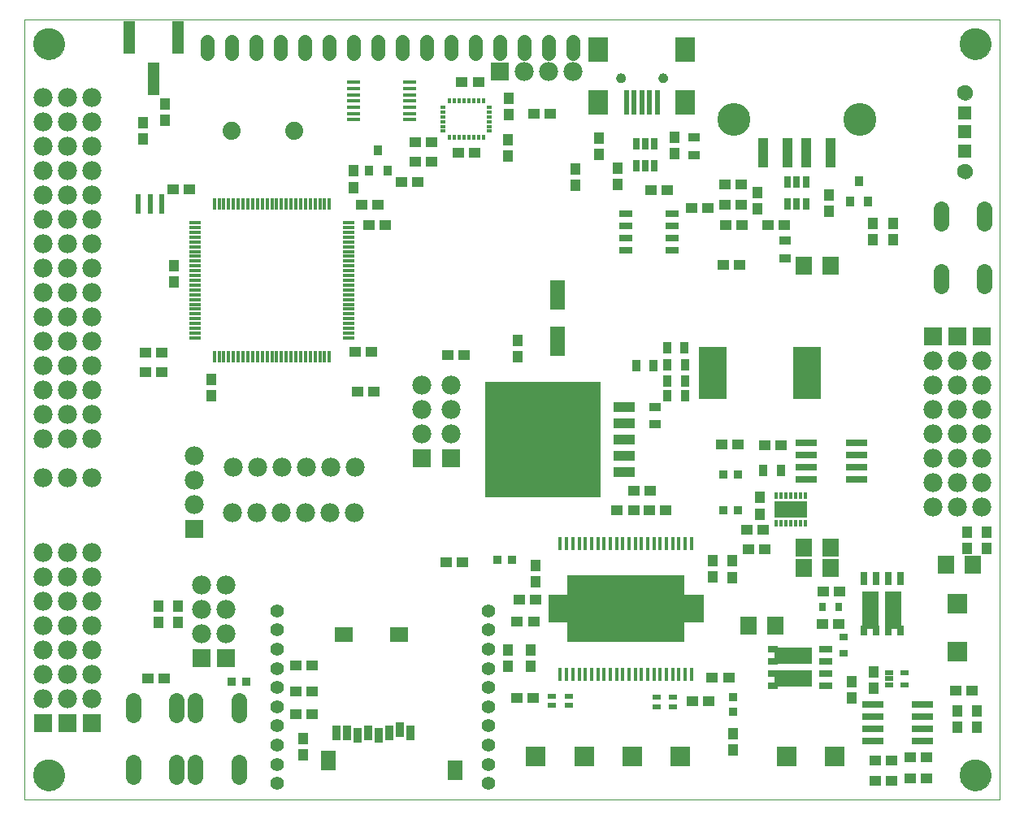
<source format=gts>
G75*
G70*
%OFA0B0*%
%FSLAX24Y24*%
%IPPOS*%
%LPD*%
%AMOC8*
5,1,8,0,0,1.08239X$1,22.5*
%
%ADD10C,0.0000*%
%ADD11C,0.1290*%
%ADD12C,0.0555*%
%ADD13C,0.0780*%
%ADD14C,0.0640*%
%ADD15C,0.0555*%
%ADD16R,0.0512X0.0158*%
%ADD17R,0.0158X0.0512*%
%ADD18R,0.0510X0.1340*%
%ADD19R,0.0158X0.0552*%
%ADD20R,0.4843X0.2737*%
%ADD21R,0.0827X0.1182*%
%ADD22R,0.0473X0.0434*%
%ADD23R,0.0434X0.0473*%
%ADD24R,0.0780X0.0780*%
%ADD25R,0.0237X0.1024*%
%ADD26R,0.0827X0.1024*%
%ADD27C,0.0394*%
%ADD28R,0.0276X0.0512*%
%ADD29C,0.1350*%
%ADD30R,0.0394X0.1221*%
%ADD31R,0.0512X0.0355*%
%ADD32R,0.0906X0.0276*%
%ADD33R,0.0355X0.0394*%
%ADD34R,0.0355X0.0355*%
%ADD35R,0.0138X0.0316*%
%ADD36R,0.1339X0.0709*%
%ADD37R,0.1142X0.2166*%
%ADD38R,0.0355X0.0512*%
%ADD39R,0.0670X0.0749*%
%ADD40C,0.0740*%
%ADD41R,0.0335X0.0197*%
%ADD42R,0.0540X0.0280*%
%ADD43R,0.0440X0.0280*%
%ADD44R,0.1540X0.0690*%
%ADD45R,0.0280X0.0540*%
%ADD46R,0.0280X0.0440*%
%ADD47R,0.0690X0.1540*%
%ADD48R,0.0276X0.0355*%
%ADD49R,0.0355X0.0276*%
%ADD50R,0.0555X0.0555*%
%ADD51C,0.0631*%
%ADD52R,0.0808X0.0808*%
%ADD53R,0.0375X0.0237*%
%ADD54R,0.0910X0.0280*%
%ADD55R,0.0749X0.0591*%
%ADD56R,0.0591X0.0788*%
%ADD57R,0.0355X0.0631*%
%ADD58R,0.4764X0.4764*%
%ADD59R,0.0906X0.0434*%
%ADD60R,0.0591X0.1221*%
%ADD61R,0.0197X0.0827*%
%ADD62R,0.0237X0.0158*%
%ADD63R,0.0158X0.0237*%
%ADD64R,0.0540X0.0290*%
%ADD65R,0.0536X0.0182*%
D10*
X000150Y001360D02*
X000150Y033360D01*
X040150Y033360D01*
X040150Y001360D01*
X000150Y001360D01*
X000525Y002360D02*
X000527Y002410D01*
X000533Y002459D01*
X000543Y002508D01*
X000556Y002555D01*
X000574Y002602D01*
X000595Y002647D01*
X000619Y002690D01*
X000647Y002731D01*
X000678Y002770D01*
X000712Y002806D01*
X000749Y002840D01*
X000789Y002870D01*
X000830Y002897D01*
X000874Y002921D01*
X000919Y002941D01*
X000966Y002957D01*
X001014Y002970D01*
X001063Y002979D01*
X001113Y002984D01*
X001162Y002985D01*
X001212Y002982D01*
X001261Y002975D01*
X001310Y002964D01*
X001357Y002950D01*
X001403Y002931D01*
X001448Y002909D01*
X001491Y002884D01*
X001531Y002855D01*
X001569Y002823D01*
X001605Y002789D01*
X001638Y002751D01*
X001667Y002711D01*
X001693Y002669D01*
X001716Y002625D01*
X001735Y002579D01*
X001751Y002532D01*
X001763Y002483D01*
X001771Y002434D01*
X001775Y002385D01*
X001775Y002335D01*
X001771Y002286D01*
X001763Y002237D01*
X001751Y002188D01*
X001735Y002141D01*
X001716Y002095D01*
X001693Y002051D01*
X001667Y002009D01*
X001638Y001969D01*
X001605Y001931D01*
X001569Y001897D01*
X001531Y001865D01*
X001491Y001836D01*
X001448Y001811D01*
X001403Y001789D01*
X001357Y001770D01*
X001310Y001756D01*
X001261Y001745D01*
X001212Y001738D01*
X001162Y001735D01*
X001113Y001736D01*
X001063Y001741D01*
X001014Y001750D01*
X000966Y001763D01*
X000919Y001779D01*
X000874Y001799D01*
X000830Y001823D01*
X000789Y001850D01*
X000749Y001880D01*
X000712Y001914D01*
X000678Y001950D01*
X000647Y001989D01*
X000619Y002030D01*
X000595Y002073D01*
X000574Y002118D01*
X000556Y002165D01*
X000543Y002212D01*
X000533Y002261D01*
X000527Y002310D01*
X000525Y002360D01*
X024427Y030960D02*
X024429Y030986D01*
X024435Y031012D01*
X024445Y031037D01*
X024458Y031060D01*
X024474Y031080D01*
X024494Y031098D01*
X024516Y031113D01*
X024539Y031125D01*
X024565Y031133D01*
X024591Y031137D01*
X024617Y031137D01*
X024643Y031133D01*
X024669Y031125D01*
X024693Y031113D01*
X024714Y031098D01*
X024734Y031080D01*
X024750Y031060D01*
X024763Y031037D01*
X024773Y031012D01*
X024779Y030986D01*
X024781Y030960D01*
X024779Y030934D01*
X024773Y030908D01*
X024763Y030883D01*
X024750Y030860D01*
X024734Y030840D01*
X024714Y030822D01*
X024692Y030807D01*
X024669Y030795D01*
X024643Y030787D01*
X024617Y030783D01*
X024591Y030783D01*
X024565Y030787D01*
X024539Y030795D01*
X024515Y030807D01*
X024494Y030822D01*
X024474Y030840D01*
X024458Y030860D01*
X024445Y030883D01*
X024435Y030908D01*
X024429Y030934D01*
X024427Y030960D01*
X026159Y030960D02*
X026161Y030986D01*
X026167Y031012D01*
X026177Y031037D01*
X026190Y031060D01*
X026206Y031080D01*
X026226Y031098D01*
X026248Y031113D01*
X026271Y031125D01*
X026297Y031133D01*
X026323Y031137D01*
X026349Y031137D01*
X026375Y031133D01*
X026401Y031125D01*
X026425Y031113D01*
X026446Y031098D01*
X026466Y031080D01*
X026482Y031060D01*
X026495Y031037D01*
X026505Y031012D01*
X026511Y030986D01*
X026513Y030960D01*
X026511Y030934D01*
X026505Y030908D01*
X026495Y030883D01*
X026482Y030860D01*
X026466Y030840D01*
X026446Y030822D01*
X026424Y030807D01*
X026401Y030795D01*
X026375Y030787D01*
X026349Y030783D01*
X026323Y030783D01*
X026297Y030787D01*
X026271Y030795D01*
X026247Y030807D01*
X026226Y030822D01*
X026206Y030840D01*
X026190Y030860D01*
X026177Y030883D01*
X026167Y030908D01*
X026161Y030934D01*
X026159Y030960D01*
X038431Y030364D02*
X038433Y030398D01*
X038439Y030432D01*
X038449Y030465D01*
X038462Y030496D01*
X038480Y030526D01*
X038500Y030554D01*
X038524Y030579D01*
X038550Y030601D01*
X038578Y030619D01*
X038609Y030635D01*
X038641Y030647D01*
X038675Y030655D01*
X038709Y030659D01*
X038743Y030659D01*
X038777Y030655D01*
X038811Y030647D01*
X038843Y030635D01*
X038873Y030619D01*
X038902Y030601D01*
X038928Y030579D01*
X038952Y030554D01*
X038972Y030526D01*
X038990Y030496D01*
X039003Y030465D01*
X039013Y030432D01*
X039019Y030398D01*
X039021Y030364D01*
X039019Y030330D01*
X039013Y030296D01*
X039003Y030263D01*
X038990Y030232D01*
X038972Y030202D01*
X038952Y030174D01*
X038928Y030149D01*
X038902Y030127D01*
X038874Y030109D01*
X038843Y030093D01*
X038811Y030081D01*
X038777Y030073D01*
X038743Y030069D01*
X038709Y030069D01*
X038675Y030073D01*
X038641Y030081D01*
X038609Y030093D01*
X038578Y030109D01*
X038550Y030127D01*
X038524Y030149D01*
X038500Y030174D01*
X038480Y030202D01*
X038462Y030232D01*
X038449Y030263D01*
X038439Y030296D01*
X038433Y030330D01*
X038431Y030364D01*
X038525Y032360D02*
X038527Y032410D01*
X038533Y032459D01*
X038543Y032508D01*
X038556Y032555D01*
X038574Y032602D01*
X038595Y032647D01*
X038619Y032690D01*
X038647Y032731D01*
X038678Y032770D01*
X038712Y032806D01*
X038749Y032840D01*
X038789Y032870D01*
X038830Y032897D01*
X038874Y032921D01*
X038919Y032941D01*
X038966Y032957D01*
X039014Y032970D01*
X039063Y032979D01*
X039113Y032984D01*
X039162Y032985D01*
X039212Y032982D01*
X039261Y032975D01*
X039310Y032964D01*
X039357Y032950D01*
X039403Y032931D01*
X039448Y032909D01*
X039491Y032884D01*
X039531Y032855D01*
X039569Y032823D01*
X039605Y032789D01*
X039638Y032751D01*
X039667Y032711D01*
X039693Y032669D01*
X039716Y032625D01*
X039735Y032579D01*
X039751Y032532D01*
X039763Y032483D01*
X039771Y032434D01*
X039775Y032385D01*
X039775Y032335D01*
X039771Y032286D01*
X039763Y032237D01*
X039751Y032188D01*
X039735Y032141D01*
X039716Y032095D01*
X039693Y032051D01*
X039667Y032009D01*
X039638Y031969D01*
X039605Y031931D01*
X039569Y031897D01*
X039531Y031865D01*
X039491Y031836D01*
X039448Y031811D01*
X039403Y031789D01*
X039357Y031770D01*
X039310Y031756D01*
X039261Y031745D01*
X039212Y031738D01*
X039162Y031735D01*
X039113Y031736D01*
X039063Y031741D01*
X039014Y031750D01*
X038966Y031763D01*
X038919Y031779D01*
X038874Y031799D01*
X038830Y031823D01*
X038789Y031850D01*
X038749Y031880D01*
X038712Y031914D01*
X038678Y031950D01*
X038647Y031989D01*
X038619Y032030D01*
X038595Y032073D01*
X038574Y032118D01*
X038556Y032165D01*
X038543Y032212D01*
X038533Y032261D01*
X038527Y032310D01*
X038525Y032360D01*
X038431Y027135D02*
X038433Y027169D01*
X038439Y027203D01*
X038449Y027236D01*
X038462Y027267D01*
X038480Y027297D01*
X038500Y027325D01*
X038524Y027350D01*
X038550Y027372D01*
X038578Y027390D01*
X038609Y027406D01*
X038641Y027418D01*
X038675Y027426D01*
X038709Y027430D01*
X038743Y027430D01*
X038777Y027426D01*
X038811Y027418D01*
X038843Y027406D01*
X038873Y027390D01*
X038902Y027372D01*
X038928Y027350D01*
X038952Y027325D01*
X038972Y027297D01*
X038990Y027267D01*
X039003Y027236D01*
X039013Y027203D01*
X039019Y027169D01*
X039021Y027135D01*
X039019Y027101D01*
X039013Y027067D01*
X039003Y027034D01*
X038990Y027003D01*
X038972Y026973D01*
X038952Y026945D01*
X038928Y026920D01*
X038902Y026898D01*
X038874Y026880D01*
X038843Y026864D01*
X038811Y026852D01*
X038777Y026844D01*
X038743Y026840D01*
X038709Y026840D01*
X038675Y026844D01*
X038641Y026852D01*
X038609Y026864D01*
X038578Y026880D01*
X038550Y026898D01*
X038524Y026920D01*
X038500Y026945D01*
X038480Y026973D01*
X038462Y027003D01*
X038449Y027034D01*
X038439Y027067D01*
X038433Y027101D01*
X038431Y027135D01*
X038525Y002360D02*
X038527Y002410D01*
X038533Y002459D01*
X038543Y002508D01*
X038556Y002555D01*
X038574Y002602D01*
X038595Y002647D01*
X038619Y002690D01*
X038647Y002731D01*
X038678Y002770D01*
X038712Y002806D01*
X038749Y002840D01*
X038789Y002870D01*
X038830Y002897D01*
X038874Y002921D01*
X038919Y002941D01*
X038966Y002957D01*
X039014Y002970D01*
X039063Y002979D01*
X039113Y002984D01*
X039162Y002985D01*
X039212Y002982D01*
X039261Y002975D01*
X039310Y002964D01*
X039357Y002950D01*
X039403Y002931D01*
X039448Y002909D01*
X039491Y002884D01*
X039531Y002855D01*
X039569Y002823D01*
X039605Y002789D01*
X039638Y002751D01*
X039667Y002711D01*
X039693Y002669D01*
X039716Y002625D01*
X039735Y002579D01*
X039751Y002532D01*
X039763Y002483D01*
X039771Y002434D01*
X039775Y002385D01*
X039775Y002335D01*
X039771Y002286D01*
X039763Y002237D01*
X039751Y002188D01*
X039735Y002141D01*
X039716Y002095D01*
X039693Y002051D01*
X039667Y002009D01*
X039638Y001969D01*
X039605Y001931D01*
X039569Y001897D01*
X039531Y001865D01*
X039491Y001836D01*
X039448Y001811D01*
X039403Y001789D01*
X039357Y001770D01*
X039310Y001756D01*
X039261Y001745D01*
X039212Y001738D01*
X039162Y001735D01*
X039113Y001736D01*
X039063Y001741D01*
X039014Y001750D01*
X038966Y001763D01*
X038919Y001779D01*
X038874Y001799D01*
X038830Y001823D01*
X038789Y001850D01*
X038749Y001880D01*
X038712Y001914D01*
X038678Y001950D01*
X038647Y001989D01*
X038619Y002030D01*
X038595Y002073D01*
X038574Y002118D01*
X038556Y002165D01*
X038543Y002212D01*
X038533Y002261D01*
X038527Y002310D01*
X038525Y002360D01*
X000525Y032360D02*
X000527Y032410D01*
X000533Y032459D01*
X000543Y032508D01*
X000556Y032555D01*
X000574Y032602D01*
X000595Y032647D01*
X000619Y032690D01*
X000647Y032731D01*
X000678Y032770D01*
X000712Y032806D01*
X000749Y032840D01*
X000789Y032870D01*
X000830Y032897D01*
X000874Y032921D01*
X000919Y032941D01*
X000966Y032957D01*
X001014Y032970D01*
X001063Y032979D01*
X001113Y032984D01*
X001162Y032985D01*
X001212Y032982D01*
X001261Y032975D01*
X001310Y032964D01*
X001357Y032950D01*
X001403Y032931D01*
X001448Y032909D01*
X001491Y032884D01*
X001531Y032855D01*
X001569Y032823D01*
X001605Y032789D01*
X001638Y032751D01*
X001667Y032711D01*
X001693Y032669D01*
X001716Y032625D01*
X001735Y032579D01*
X001751Y032532D01*
X001763Y032483D01*
X001771Y032434D01*
X001775Y032385D01*
X001775Y032335D01*
X001771Y032286D01*
X001763Y032237D01*
X001751Y032188D01*
X001735Y032141D01*
X001716Y032095D01*
X001693Y032051D01*
X001667Y032009D01*
X001638Y031969D01*
X001605Y031931D01*
X001569Y031897D01*
X001531Y031865D01*
X001491Y031836D01*
X001448Y031811D01*
X001403Y031789D01*
X001357Y031770D01*
X001310Y031756D01*
X001261Y031745D01*
X001212Y031738D01*
X001162Y031735D01*
X001113Y031736D01*
X001063Y031741D01*
X001014Y031750D01*
X000966Y031763D01*
X000919Y031779D01*
X000874Y031799D01*
X000830Y031823D01*
X000789Y031850D01*
X000749Y031880D01*
X000712Y031914D01*
X000678Y031950D01*
X000647Y031989D01*
X000619Y032030D01*
X000595Y032073D01*
X000574Y032118D01*
X000556Y032165D01*
X000543Y032212D01*
X000533Y032261D01*
X000527Y032310D01*
X000525Y032360D01*
D11*
X001150Y032360D03*
X001150Y002360D03*
X039150Y002360D03*
X039150Y032360D03*
D12*
X019181Y009103D03*
X019181Y008316D03*
X019181Y007528D03*
X019181Y006741D03*
X019181Y005953D03*
X019181Y005166D03*
X019181Y004379D03*
X019181Y003591D03*
X019181Y002804D03*
X019181Y002016D03*
X010519Y002016D03*
X010519Y002804D03*
X010519Y003591D03*
X010519Y004379D03*
X010519Y005166D03*
X010519Y005953D03*
X010519Y006741D03*
X010519Y007528D03*
X010519Y008316D03*
X010519Y009103D03*
D13*
X008420Y009160D03*
X007420Y009160D03*
X007420Y010160D03*
X008420Y010160D03*
X008420Y008160D03*
X007420Y008160D03*
X002900Y008500D03*
X002900Y009500D03*
X002900Y010500D03*
X002900Y011500D03*
X001900Y011500D03*
X000900Y011500D03*
X000900Y010500D03*
X001900Y010500D03*
X001900Y009500D03*
X000900Y009500D03*
X000900Y008500D03*
X001900Y008500D03*
X001900Y007500D03*
X000900Y007500D03*
X000900Y006500D03*
X001900Y006500D03*
X002900Y006500D03*
X002900Y007500D03*
X002900Y005500D03*
X001900Y005500D03*
X000900Y005500D03*
X008670Y013120D03*
X009670Y013120D03*
X010670Y013120D03*
X011670Y013120D03*
X012670Y013120D03*
X013670Y013120D03*
X013700Y014980D03*
X012700Y014980D03*
X011700Y014980D03*
X010700Y014980D03*
X009700Y014980D03*
X008700Y014980D03*
X007100Y015470D03*
X007100Y014470D03*
X007100Y013470D03*
X002900Y014560D03*
X001900Y014560D03*
X000900Y014560D03*
X000900Y016160D03*
X001900Y016160D03*
X001900Y017160D03*
X000900Y017160D03*
X000900Y018160D03*
X001900Y018160D03*
X001900Y019160D03*
X000900Y019160D03*
X000900Y020160D03*
X001900Y020160D03*
X001900Y021160D03*
X001900Y022160D03*
X000900Y022160D03*
X000900Y021160D03*
X000900Y023160D03*
X001900Y023160D03*
X001900Y024160D03*
X000900Y024160D03*
X000900Y025160D03*
X001900Y025160D03*
X001900Y026160D03*
X000900Y026160D03*
X000900Y027160D03*
X001900Y027160D03*
X001900Y028160D03*
X000900Y028160D03*
X000900Y029160D03*
X001900Y029160D03*
X001900Y030160D03*
X000900Y030160D03*
X002900Y030160D03*
X002900Y029160D03*
X002900Y028160D03*
X002900Y027160D03*
X002900Y026160D03*
X002900Y025160D03*
X002900Y024160D03*
X002900Y023160D03*
X002900Y022160D03*
X002900Y021160D03*
X002900Y020160D03*
X002900Y019160D03*
X002900Y018160D03*
X002900Y017160D03*
X002900Y016160D03*
X016450Y016360D03*
X016450Y017360D03*
X016450Y018360D03*
X017650Y018360D03*
X017650Y017360D03*
X017650Y016360D03*
X020650Y031210D03*
X021650Y031210D03*
X022650Y031210D03*
X037400Y019360D03*
X038400Y019360D03*
X039400Y019360D03*
X039400Y018360D03*
X038400Y018360D03*
X037400Y018360D03*
X037400Y017360D03*
X038400Y017360D03*
X039400Y017360D03*
X039400Y016360D03*
X038400Y016360D03*
X037400Y016360D03*
X037400Y015360D03*
X038400Y015360D03*
X039400Y015360D03*
X039400Y014360D03*
X038400Y014360D03*
X037400Y014360D03*
X037400Y013360D03*
X038400Y013360D03*
X039400Y013360D03*
D14*
X039530Y022430D02*
X039530Y023030D01*
X037750Y023030D02*
X037750Y022430D01*
X037750Y024990D02*
X037750Y025590D01*
X039530Y025590D02*
X039530Y024990D01*
X008940Y005440D02*
X008940Y004840D01*
X007160Y004840D02*
X007160Y005440D01*
X006390Y005440D02*
X006390Y004840D01*
X004610Y004840D02*
X004610Y005440D01*
X004610Y002880D02*
X004610Y002280D01*
X006390Y002280D02*
X006390Y002880D01*
X007160Y002880D02*
X007160Y002280D01*
X008940Y002280D02*
X008940Y002880D01*
D15*
X008650Y031952D02*
X008650Y032467D01*
X009650Y032467D02*
X009650Y031952D01*
X010650Y031952D02*
X010650Y032467D01*
X011650Y032467D02*
X011650Y031952D01*
X012650Y031952D02*
X012650Y032467D01*
X013650Y032467D02*
X013650Y031952D01*
X014650Y031952D02*
X014650Y032467D01*
X015650Y032467D02*
X015650Y031952D01*
X016650Y031952D02*
X016650Y032467D01*
X017650Y032467D02*
X017650Y031952D01*
X018650Y031952D02*
X018650Y032467D01*
X019650Y032467D02*
X019650Y031952D01*
X020650Y031952D02*
X020650Y032467D01*
X021650Y032467D02*
X021650Y031952D01*
X022650Y031952D02*
X022650Y032467D01*
X007650Y032467D02*
X007650Y031952D01*
D16*
X007150Y025022D03*
X007150Y024825D03*
X007150Y024628D03*
X007150Y024431D03*
X007150Y024234D03*
X007150Y024038D03*
X007150Y023841D03*
X007150Y023644D03*
X007150Y023447D03*
X007150Y023250D03*
X007150Y023053D03*
X007150Y022856D03*
X007150Y022660D03*
X007150Y022463D03*
X007150Y022266D03*
X007150Y022069D03*
X007150Y021872D03*
X007150Y021675D03*
X007150Y021479D03*
X007150Y021282D03*
X007150Y021085D03*
X007150Y020888D03*
X007150Y020691D03*
X007150Y020494D03*
X007150Y020297D03*
X013450Y020297D03*
X013450Y020494D03*
X013450Y020691D03*
X013450Y020888D03*
X013450Y021085D03*
X013450Y021282D03*
X013450Y021479D03*
X013450Y021675D03*
X013450Y021872D03*
X013450Y022069D03*
X013450Y022266D03*
X013450Y022463D03*
X013450Y022660D03*
X013450Y022856D03*
X013450Y023053D03*
X013450Y023250D03*
X013450Y023447D03*
X013450Y023644D03*
X013450Y023841D03*
X013450Y024038D03*
X013450Y024234D03*
X013450Y024431D03*
X013450Y024628D03*
X013450Y024825D03*
X013450Y025022D03*
D17*
X012662Y025809D03*
X012465Y025809D03*
X012269Y025809D03*
X012072Y025809D03*
X011875Y025809D03*
X011678Y025809D03*
X011481Y025809D03*
X011284Y025809D03*
X011087Y025809D03*
X010891Y025809D03*
X010694Y025809D03*
X010497Y025809D03*
X010300Y025809D03*
X010103Y025809D03*
X009906Y025809D03*
X009709Y025809D03*
X009513Y025809D03*
X009316Y025809D03*
X009119Y025809D03*
X008922Y025809D03*
X008725Y025809D03*
X008528Y025809D03*
X008331Y025809D03*
X008135Y025809D03*
X007938Y025809D03*
X007938Y019510D03*
X008135Y019510D03*
X008331Y019510D03*
X008528Y019510D03*
X008725Y019510D03*
X008922Y019510D03*
X009119Y019510D03*
X009316Y019510D03*
X009513Y019510D03*
X009709Y019510D03*
X009906Y019510D03*
X010103Y019510D03*
X010300Y019510D03*
X010497Y019510D03*
X010694Y019510D03*
X010891Y019510D03*
X011087Y019510D03*
X011284Y019510D03*
X011481Y019510D03*
X011678Y019510D03*
X011875Y019510D03*
X012072Y019510D03*
X012269Y019510D03*
X012465Y019510D03*
X012662Y019510D03*
D18*
X005440Y030910D03*
X004440Y032610D03*
X006440Y032610D03*
D19*
X022133Y011857D03*
X022389Y011857D03*
X022645Y011857D03*
X022901Y011857D03*
X023157Y011857D03*
X023413Y011857D03*
X023669Y011857D03*
X023924Y011857D03*
X024180Y011857D03*
X024436Y011857D03*
X024692Y011857D03*
X024948Y011857D03*
X025204Y011857D03*
X025460Y011857D03*
X025716Y011857D03*
X025972Y011857D03*
X026228Y011857D03*
X026484Y011857D03*
X026739Y011857D03*
X026995Y011857D03*
X027251Y011857D03*
X027507Y011857D03*
X027507Y006483D03*
X027251Y006483D03*
X026995Y006483D03*
X026739Y006483D03*
X026484Y006483D03*
X026228Y006483D03*
X025972Y006483D03*
X025716Y006483D03*
X025460Y006483D03*
X025204Y006483D03*
X024948Y006483D03*
X024692Y006483D03*
X024436Y006483D03*
X024180Y006483D03*
X023924Y006483D03*
X023669Y006483D03*
X023413Y006483D03*
X023157Y006483D03*
X022901Y006483D03*
X022645Y006483D03*
X022389Y006483D03*
X022133Y006483D03*
D20*
X024830Y009180D03*
D21*
X022035Y009180D03*
X027625Y009180D03*
D22*
X029851Y011611D03*
X030521Y011611D03*
X030455Y012410D03*
X029785Y012410D03*
X026465Y013220D03*
X025795Y013220D03*
X025135Y013210D03*
X024465Y013210D03*
X025137Y014022D03*
X025807Y014022D03*
X028735Y015910D03*
X029405Y015910D03*
X030525Y015880D03*
X031195Y015880D03*
X032915Y009900D03*
X033585Y009900D03*
X033545Y008570D03*
X032875Y008570D03*
X029035Y006350D03*
X028365Y006350D03*
X028205Y005400D03*
X027535Y005400D03*
X021005Y005510D03*
X020335Y005510D03*
X020365Y008650D03*
X021035Y008650D03*
X021115Y009550D03*
X020445Y009550D03*
X018125Y011090D03*
X017455Y011090D03*
X011955Y006870D03*
X011285Y006870D03*
X011275Y005780D03*
X011945Y005780D03*
X011945Y004860D03*
X011275Y004860D03*
X005895Y006340D03*
X005225Y006340D03*
X013824Y018101D03*
X014494Y018101D03*
X014385Y019728D03*
X013715Y019728D03*
X017525Y019580D03*
X018195Y019580D03*
X014966Y024911D03*
X014296Y024911D03*
X013971Y025753D03*
X014641Y025753D03*
X015615Y026700D03*
X016285Y026700D03*
X016189Y027536D03*
X016859Y027536D03*
X016859Y028334D03*
X016189Y028334D03*
X017961Y027895D03*
X018631Y027895D03*
X021054Y029495D03*
X021724Y029495D03*
X018769Y030785D03*
X018099Y030785D03*
X025835Y026364D03*
X026505Y026364D03*
X027511Y025621D03*
X028181Y025621D03*
X028895Y025760D03*
X029565Y025760D03*
X029575Y024910D03*
X028905Y024910D03*
X028819Y023291D03*
X029489Y023291D03*
X030661Y024933D03*
X031331Y024933D03*
X029555Y026600D03*
X028885Y026600D03*
X006910Y026388D03*
X006240Y026388D03*
X005796Y019690D03*
X005126Y019690D03*
X005126Y018895D03*
X005796Y018895D03*
X035045Y002970D03*
X035715Y002970D03*
X036475Y003100D03*
X037145Y003100D03*
X037145Y002220D03*
X036475Y002220D03*
X035715Y002140D03*
X035045Y002140D03*
X038355Y005840D03*
X039025Y005840D03*
D23*
X039230Y005004D03*
X039230Y004335D03*
X038420Y004325D03*
X038420Y004994D03*
X034980Y005925D03*
X034980Y006594D03*
X034090Y006204D03*
X034090Y005535D03*
X029220Y004064D03*
X029220Y003395D03*
X021110Y010295D03*
X021110Y010964D03*
X020900Y007484D03*
X020900Y006815D03*
X019990Y006815D03*
X019990Y007484D03*
X028370Y010485D03*
X028370Y011154D03*
X029170Y011144D03*
X029170Y010475D03*
X030320Y013075D03*
X030320Y013744D03*
X038820Y012314D03*
X038820Y011645D03*
X039615Y011645D03*
X039615Y012314D03*
X035770Y024315D03*
X035770Y024984D03*
X034960Y025004D03*
X034960Y024335D03*
X033164Y025496D03*
X033164Y026165D03*
X030226Y026266D03*
X030226Y025597D03*
X026820Y027845D03*
X026820Y028514D03*
X024479Y027264D03*
X024479Y026595D03*
X023700Y027825D03*
X023700Y028494D03*
X022753Y027224D03*
X022753Y026555D03*
X019967Y027768D03*
X019967Y028437D03*
X020002Y029473D03*
X020002Y030142D03*
X013660Y027144D03*
X013660Y026475D03*
X006282Y023265D03*
X006282Y022596D03*
X007822Y018609D03*
X007822Y017940D03*
X006460Y009294D03*
X006460Y008625D03*
X005660Y008625D03*
X005660Y009294D03*
X011581Y003852D03*
X011581Y003183D03*
X020382Y019530D03*
X020382Y020199D03*
X005920Y029225D03*
X005920Y029894D03*
X005020Y029124D03*
X005020Y028455D03*
D24*
X019650Y031210D03*
X037400Y020360D03*
X038400Y020360D03*
X039400Y020360D03*
X017650Y015360D03*
X016450Y015360D03*
X007100Y012470D03*
X007420Y007160D03*
X008420Y007160D03*
X002900Y004500D03*
X001900Y004500D03*
X000900Y004500D03*
D25*
X024840Y029975D03*
X025155Y029975D03*
X025470Y029975D03*
X025785Y029975D03*
X026100Y029975D03*
D26*
X027242Y029975D03*
X027242Y032141D03*
X023698Y032141D03*
X023698Y029975D03*
D27*
X024604Y030960D03*
X026336Y030960D03*
D28*
X025994Y028253D03*
X025620Y028253D03*
X025246Y028253D03*
X025246Y027347D03*
X025620Y027347D03*
X025994Y027347D03*
X031459Y026683D03*
X031833Y026683D03*
X032207Y026683D03*
X032207Y025777D03*
X031833Y025777D03*
X031459Y025777D03*
D29*
X029245Y029260D03*
X034415Y029260D03*
D30*
X033208Y027901D03*
X032224Y027901D03*
X031436Y027901D03*
X030452Y027901D03*
D31*
X027600Y027805D03*
X027600Y028514D03*
X031347Y024280D03*
X031347Y023571D03*
X026020Y017464D03*
X026020Y016755D03*
D32*
X034936Y005250D03*
X034936Y004750D03*
X034936Y004250D03*
X034936Y003750D03*
X036984Y003750D03*
X036984Y004250D03*
X036984Y004750D03*
X036984Y005250D03*
D33*
X034764Y025906D03*
X034016Y025906D03*
X034390Y026733D03*
X015034Y027166D03*
X014286Y027166D03*
X014660Y027993D03*
D34*
X028810Y014705D03*
X029400Y014705D03*
X029403Y013238D03*
X028813Y013238D03*
X020145Y011180D03*
X019555Y011180D03*
X029230Y005545D03*
X029230Y004954D03*
X009235Y006180D03*
X008645Y006180D03*
D35*
X030989Y012699D03*
X031186Y012699D03*
X031383Y012699D03*
X031580Y012699D03*
X031777Y012699D03*
X031974Y012699D03*
X032171Y012699D03*
X032171Y013840D03*
X031974Y013840D03*
X031777Y013840D03*
X031580Y013840D03*
X031383Y013840D03*
X031186Y013840D03*
X030989Y013840D03*
D36*
X031580Y013270D03*
D37*
X032250Y018860D03*
X028392Y018860D03*
D38*
X027234Y019180D03*
X027234Y018530D03*
X027234Y017910D03*
X026526Y017910D03*
X026526Y018530D03*
X026526Y019180D03*
X025954Y019160D03*
X025246Y019160D03*
X026516Y019890D03*
X027224Y019890D03*
X030466Y014850D03*
X031174Y014850D03*
D39*
X032109Y011690D03*
X032109Y010850D03*
X033211Y010850D03*
X033211Y011690D03*
X030951Y008500D03*
X029849Y008500D03*
X037959Y010980D03*
X039061Y010980D03*
X033224Y023258D03*
X032122Y023258D03*
D40*
X011210Y028800D03*
X008650Y028800D03*
D41*
X035615Y006566D03*
X035615Y006310D03*
X035615Y006054D03*
X036265Y006054D03*
X036265Y006566D03*
D42*
X033000Y006540D03*
X033000Y007040D03*
X033000Y007540D03*
X033000Y006040D03*
D43*
X030850Y006040D03*
X030850Y006540D03*
X030850Y007040D03*
X030850Y007540D03*
D44*
X031680Y007245D03*
X031680Y006335D03*
D45*
X034570Y010430D03*
X035070Y010430D03*
X035570Y010430D03*
X036070Y010430D03*
D46*
X036070Y008280D03*
X035570Y008280D03*
X035070Y008280D03*
X034570Y008280D03*
D47*
X034865Y009110D03*
X035775Y009110D03*
D48*
X033550Y009270D03*
X032881Y009270D03*
D49*
X033750Y008039D03*
X033750Y007370D03*
D50*
X038710Y027962D03*
X038710Y028750D03*
X038710Y029537D03*
D51*
X038726Y030364D03*
X038726Y027135D03*
D52*
X038410Y009390D03*
X038410Y007421D03*
X033370Y003140D03*
X031401Y003140D03*
X027040Y003140D03*
X025071Y003140D03*
X023100Y003140D03*
X021131Y003140D03*
D53*
X021796Y005213D03*
X021796Y005606D03*
X022484Y005606D03*
X022484Y005213D03*
X026076Y005163D03*
X026076Y005556D03*
X026764Y005556D03*
X026764Y005163D03*
D54*
X032230Y014480D03*
X032230Y014980D03*
X032230Y015480D03*
X032230Y015980D03*
X034290Y015980D03*
X034290Y015480D03*
X034290Y014980D03*
X034290Y014480D03*
D55*
X015501Y008132D03*
X013257Y008132D03*
D56*
X012627Y002955D03*
X017804Y002561D03*
D57*
X015970Y004077D03*
X015537Y004234D03*
X015104Y004077D03*
X014670Y003998D03*
X014237Y004077D03*
X013804Y003998D03*
X013371Y004077D03*
X012938Y004077D03*
D58*
X021420Y016130D03*
D59*
X024747Y016130D03*
X024747Y016799D03*
X024747Y017468D03*
X024747Y015460D03*
X024747Y014791D03*
D60*
X022021Y020156D03*
X022021Y022045D03*
D61*
X005773Y025781D03*
X005301Y025781D03*
X004829Y025781D03*
D62*
X017333Y028779D03*
X017333Y028976D03*
X017333Y029173D03*
X017333Y029370D03*
X017333Y029567D03*
X017333Y029764D03*
X019223Y029764D03*
X019223Y029567D03*
X019223Y029370D03*
X019223Y029173D03*
X019223Y028976D03*
X019223Y028779D03*
D63*
X018967Y028524D03*
X018770Y028524D03*
X018573Y028524D03*
X018376Y028524D03*
X018180Y028524D03*
X017983Y028524D03*
X017786Y028524D03*
X017589Y028524D03*
X017589Y030020D03*
X017786Y030020D03*
X017983Y030020D03*
X018180Y030020D03*
X018376Y030020D03*
X018573Y030020D03*
X018770Y030020D03*
X018967Y030020D03*
D64*
X024825Y025399D03*
X024825Y024899D03*
X024825Y024399D03*
X024825Y023899D03*
X026725Y023899D03*
X026725Y024399D03*
X026725Y024899D03*
X026725Y025399D03*
D65*
X015947Y029246D03*
X015947Y029502D03*
X015947Y029758D03*
X015947Y030014D03*
X015947Y030270D03*
X015947Y030525D03*
X015947Y030781D03*
X013663Y030781D03*
X013663Y030525D03*
X013663Y030270D03*
X013663Y030014D03*
X013663Y029758D03*
X013663Y029502D03*
X013663Y029246D03*
M02*

</source>
